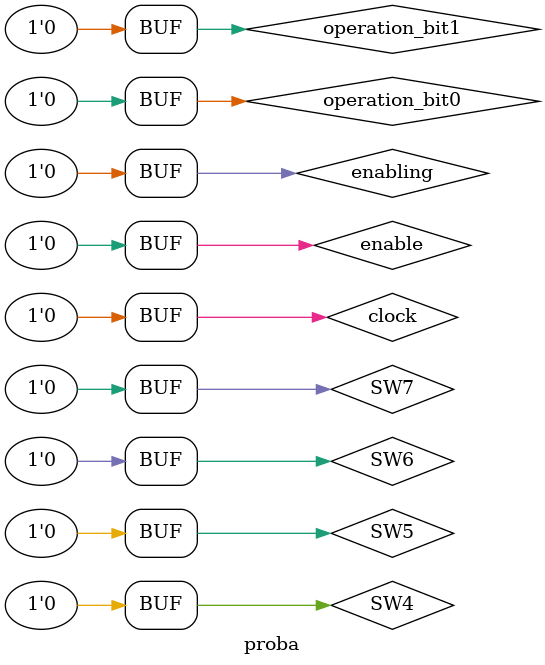
<source format=v>
`timescale 1ns / 1ps


module proba;

	// Inputs
	reg enabling;
	reg clock;
	reg SW4;
	reg SW5;
	reg SW6;
	reg SW7;
	reg operation_bit0;
	reg operation_bit1;
	reg enable;

	// Outputs
	wire [3:0] rezult;
	wire carry;
	wire z;
	wire AN0;
	wire AN1;
	wire AN2;
	wire a;
	wire b;
	wire c;
	wire d;
	wire e;
	wire fp;
	wire g;
	wire dp;

	// Instantiate the Unit Under Test (UUT)
	CPU uut (
		.enabling(enabling), 
		.clock(clock), 
		.SW4(SW4), 
		.SW5(SW5), 
		.SW6(SW6), 
		.SW7(SW7), 
		.operation_bit0(operation_bit0), 
		.operation_bit1(operation_bit1), 
		.enable(enable), 
		.rezult(rezult), 
		.carry(carry), 
		.z(z), 
		.AN0(AN0), 
		.AN1(AN1), 
		.AN2(AN2), 
		.a(a), 
		.b(b), 
		.c(c), 
		.d(d), 
		.e(e), 
		.fp(fp), 
		.g(g), 
		.dp(dp)
	);

	initial begin
		// Initialize Inputs
		enabling = 0;
		clock = 0;
		SW4 = 0;
		SW5 = 0;
		SW6 = 0;
		SW7 = 0;
		operation_bit0 = 0;
		operation_bit1 = 0;
		enable = 0;

		// Wait 100 ns for global reset to finish
		#100;
        
		// Add stimulus here

	end
      
endmodule


</source>
